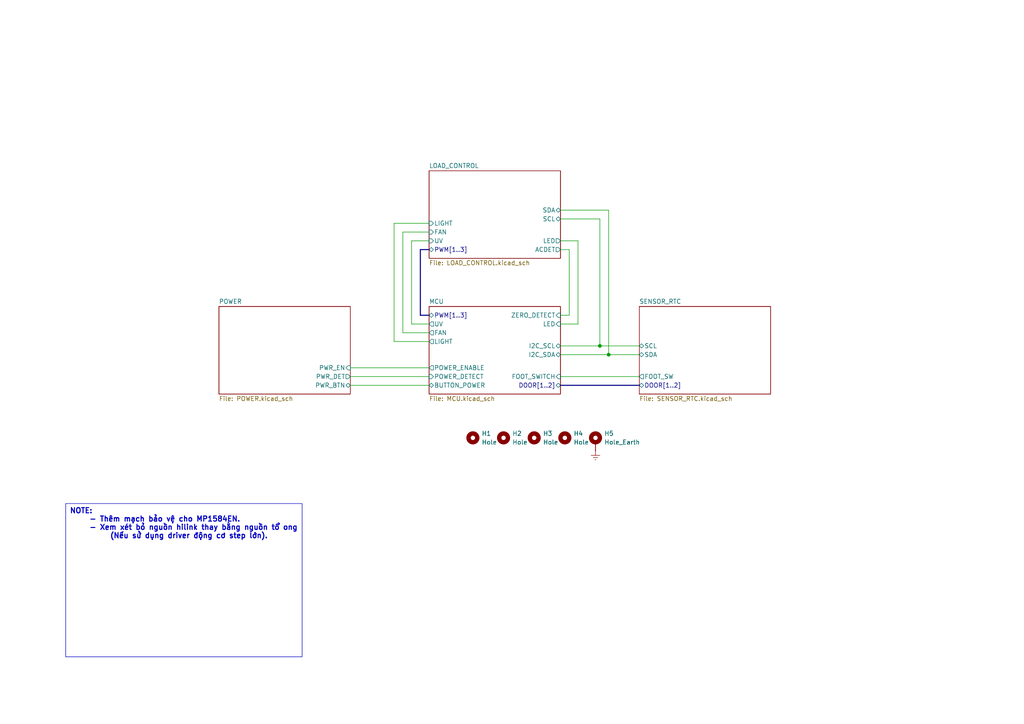
<source format=kicad_sch>
(kicad_sch (version 20230121) (generator eeschema)
  (paper "A4")
  (lib_symbols
    (symbol "Mechanical:MountingHole" (pin_names (offset 1.016))
      (property "Reference" "H" (at 0 5.08 0))
      (property "Value" "MountingHole" (at 0 3.175 0))
      (symbol "MountingHole_0_1"
        (circle (center 0 0) (radius 1.27) (stroke (width 1.27)))
      )
    )
    (symbol "Mechanical:MountingHole_Pad" (pin_numbers hide) (pin_names (offset 1.016) hide)
      (property "Reference" "H" (at 0 6.35 0))
      (property "Value" "MountingHole_Pad" (at 0 4.445 0))
      (symbol "MountingHole_Pad_0_1"
        (circle (center 0 1.27) (radius 1.27) (stroke (width 1.27)))
      )
      (symbol "MountingHole_Pad_1_1"
        (pin input line (at 0 -2.54 90) (length 2.54) (name "1") (number "1"))
      )
    )
    (symbol "power:Earth" (power) (pin_names (offset 0))
      (symbol "Earth_0_1"
        (polyline (pts (xy -0.635 -1.905) (xy 0.635 -1.905)))
        (polyline (pts (xy -0.127 -2.54) (xy 0.127 -2.54)))
        (polyline (pts (xy 0 -1.27) (xy 0 0)))
        (polyline (pts (xy 1.27 -1.27) (xy -1.27 -1.27)))
      )
      (symbol "Earth_1_1"
        (pin power_in line (at 0 0 270) (length 0) hide (name "Earth") (number "1"))
      )
    )
  )
  (junction (at 176.53 102.87))
  (junction (at 173.99 100.33))
  (wire (pts (xy 176.53 60.96) (xy 176.53 102.87)))
  (bus (pts (xy 121.92 91.44) (xy 121.92 72.39)))
  (wire (pts (xy 124.46 99.06) (xy 114.3 99.06)))
  (wire (pts (xy 101.6 109.22) (xy 124.46 109.22)))
  (wire (pts (xy 119.38 93.98) (xy 119.38 69.85)))
  (wire (pts (xy 114.3 64.77) (xy 124.46 64.77)))
  (wire (pts (xy 116.84 96.52) (xy 116.84 67.31)))
  (wire (pts (xy 162.56 93.98) (xy 167.64 93.98)))
  (wire (pts (xy 124.46 96.52) (xy 116.84 96.52)))
  (wire (pts (xy 165.1 72.39) (xy 165.1 91.44)))
  (wire (pts (xy 173.99 63.5) (xy 173.99 100.33)))
  (wire (pts (xy 165.1 91.44) (xy 162.56 91.44)))
  (wire (pts (xy 173.99 100.33) (xy 185.42 100.33)))
  (wire (pts (xy 116.84 67.31) (xy 124.46 67.31)))
  (bus (pts (xy 121.92 72.39) (xy 124.46 72.39)))
  (wire (pts (xy 119.38 69.85) (xy 124.46 69.85)))
  (wire (pts (xy 162.56 72.39) (xy 165.1 72.39)))
  (wire (pts (xy 114.3 99.06) (xy 114.3 64.77)))
  (wire (pts (xy 162.56 109.22) (xy 185.42 109.22)))
  (wire (pts (xy 176.53 102.87) (xy 185.42 102.87)))
  (wire (pts (xy 162.56 100.33) (xy 173.99 100.33)))
  (wire (pts (xy 162.56 102.87) (xy 176.53 102.87)))
  (wire (pts (xy 167.64 93.98) (xy 167.64 69.85)))
  (bus (pts (xy 124.46 91.44) (xy 121.92 91.44)))
  (bus (pts (xy 162.56 111.76) (xy 185.42 111.76)))
  (wire (pts (xy 162.56 60.96) (xy 176.53 60.96)))
  (wire (pts (xy 162.56 63.5) (xy 173.99 63.5)))
  (wire (pts (xy 167.64 69.85) (xy 162.56 69.85)))
  (wire (pts (xy 101.6 111.76) (xy 124.46 111.76)))
  (wire (pts (xy 101.6 106.68) (xy 124.46 106.68)))
  (wire (pts (xy 124.46 93.98) (xy 119.38 93.98)))
  (text_box "NOTE:\n	- Thêm mạch bảo vệ cho MP1584EN.\n	- Xem xét bỏ nguồn hilink thay bằng nguồn tổ ong\n		(Nếu sử dụng driver động cơ step lớn)." (at 19.05 146.05 0) (size 68.58 44.45) (effects (font (size 1.5 1.5) bold) (justify left top)))
  (symbol (lib_id "Mechanical:MountingHole") (at 146.05 127 0) (unit 1)
    (property "Reference" "H2" (at 148.59 125.73 0) (effects (justify left)))
    (property "Value" "Hole" (at 148.59 128.27 0) (effects (justify left)))
    (property "Footprint" "MountingHole:MountingHole_3.2mm_M3" (effects hide))
  )
  (symbol (lib_id "power:Earth") (at 172.72 130.81 0) (unit 1)
    (property "Reference" "#PWR0107" (effects hide))
    (property "Value" "Earth" (effects hide))
  )
  (symbol (lib_id "Mechanical:MountingHole") (at 154.94 127 0) (unit 1)
    (property "Reference" "H3" (at 157.48 125.73 0) (effects (justify left)))
    (property "Value" "Hole" (at 157.48 128.27 0) (effects (justify left)))
    (property "Footprint" "MountingHole:MountingHole_3.2mm_M3" (effects hide))
  )
  (symbol (lib_id "Mechanical:MountingHole") (at 163.83 127 0) (unit 1)
    (property "Reference" "H4" (at 166.37 125.73 0) (effects (justify left)))
    (property "Value" "Hole" (at 166.37 128.27 0) (effects (justify left)))
    (property "Footprint" "MountingHole:MountingHole_3.2mm_M3" (effects hide))
  )
  (symbol (lib_id "Mechanical:MountingHole") (at 137.16 127 0) (unit 1)
    (property "Reference" "H1" (at 139.7 125.73 0) (effects (justify left)))
    (property "Value" "Hole" (at 139.7 128.27 0) (effects (justify left)))
    (property "Footprint" "MountingHole:MountingHole_3.2mm_M3" (effects hide))
  )
  (symbol (lib_id "Mechanical:MountingHole_Pad") (at 172.72 128.27 0) (unit 1)
    (property "Reference" "H5" (at 175.26 125.73 0) (effects (justify left)))
    (property "Value" "Hole_Earth" (at 175.26 128.27 0) (effects (justify left)))
    (property "Footprint" "MountingHole:MountingHole_3.2mm_M3_Pad_Via" (effects hide))
  )
  (sheet (at 124.46 88.9) (size 38.1 25.4) (stroke (width 0.1524))
    (property "Sheetname" "MCU" (at 124.46 88.1884 0) (effects (justify left bottom)))
    (property "Sheetfile" "MCU.kicad_sch" (at 124.46 114.8846 0) (effects (justify left top)))
    (pin "I2C_SCL" bidirectional (at 162.56 100.33 0))
    (pin "UV" output (at 124.46 93.98 180))
    (pin "FAN" output (at 124.46 96.52 180))
    (pin "LIGHT" output (at 124.46 99.06 180))
    (pin "FOOT_SWITCH" input (at 162.56 109.22 0))
    (pin "POWER_ENABLE" output (at 124.46 106.68 180))
    (pin "I2C_SDA" bidirectional (at 162.56 102.87 0))
    (pin "POWER_DETECT" input (at 124.46 109.22 180))
    (pin "ZERO_DETECT" input (at 162.56 91.44 0))
    (pin "DOOR[1..2]" bidirectional (at 162.56 111.76 0))
    (pin "BUTTON_POWER" bidirectional (at 124.46 111.76 180))
    (pin "LED" input (at 162.56 93.98 0))
    (pin "PWM[1..3]" bidirectional (at 124.46 91.44 180))
  )
  (sheet (at 63.5 88.9) (size 38.1 25.4) (stroke (width 0.1524))
    (property "Sheetname" "POWER" (at 63.5 88.1884 0) (effects (justify left bottom)))
    (property "Sheetfile" "POWER.kicad_sch" (at 63.5 114.8846 0) (effects (justify left top)))
    (pin "PWR_DET" output (at 101.6 109.22 0))
    (pin "PWR_BTN" bidirectional (at 101.6 111.76 0))
    (pin "PWR_EN" input (at 101.6 106.68 0))
  )
  (sheet (at 124.46 49.53) (size 38.1 25.4) (stroke (width 0.1524))
    (property "Sheetname" "LOAD_CONTROL" (at 124.46 48.8184 0) (effects (justify left bottom)))
    (property "Sheetfile" "LOAD_CONTROL.kicad_sch" (at 124.46 75.5146 0) (effects (justify left top)))
    (pin "ACDET" output (at 162.56 72.39 0))
    (pin "SCL" bidirectional (at 162.56 63.5 0))
    (pin "SDA" bidirectional (at 162.56 60.96 0))
    (pin "LED" output (at 162.56 69.85 0))
    (pin "UV" input (at 124.46 69.85 180))
    (pin "LIGHT" input (at 124.46 64.77 180))
    (pin "FAN" input (at 124.46 67.31 180))
    (pin "PWM[1..3]" bidirectional (at 124.46 72.39 180))
  )
  (sheet (at 185.42 88.9) (size 38.1 25.4) (stroke (width 0.1524))
    (property "Sheetname" "SENSOR_RTC" (at 185.42 88.1884 0) (effects (justify left bottom)))
    (property "Sheetfile" "SENSOR_RTC.kicad_sch" (at 185.42 114.8846 0) (effects (justify left top)))
    (pin "SCL" bidirectional (at 185.42 100.33 180))
    (pin "SDA" bidirectional (at 185.42 102.87 180))
    (pin "DOOR[1..2]" bidirectional (at 185.42 111.76 180))
    (pin "FOOT_SW" output (at 185.42 109.22 180))
  )
)
</source>
